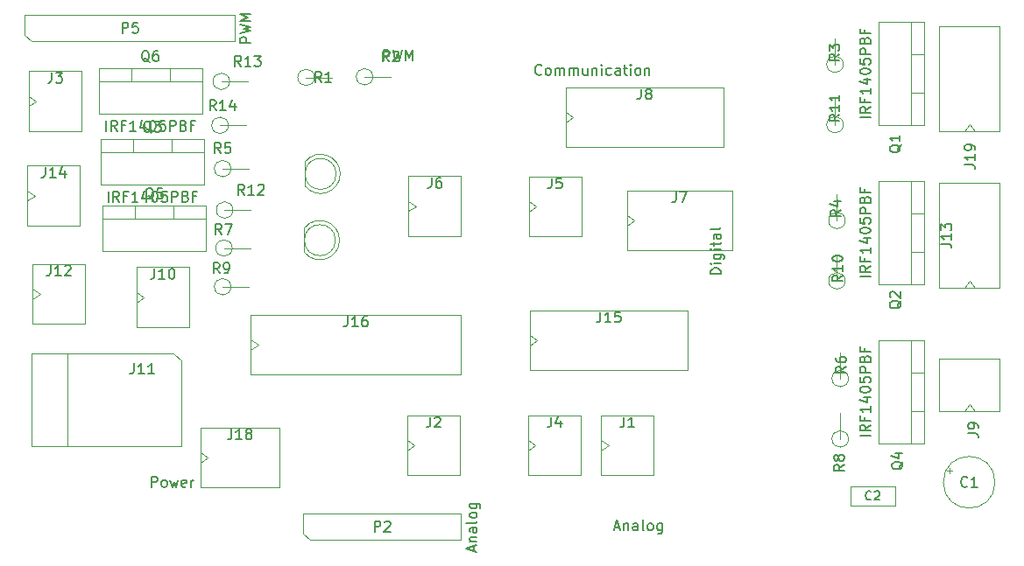
<source format=gbr>
G04 #@! TF.GenerationSoftware,KiCad,Pcbnew,(5.1.9-0-10_14)*
G04 #@! TF.CreationDate,2022-06-30T11:53:04+10:00*
G04 #@! TF.ProjectId,Hornet Forward Output Upper Shield,486f726e-6574-4204-966f-727761726420,rev?*
G04 #@! TF.SameCoordinates,Original*
G04 #@! TF.FileFunction,Other,Fab,Top*
%FSLAX46Y46*%
G04 Gerber Fmt 4.6, Leading zero omitted, Abs format (unit mm)*
G04 Created by KiCad (PCBNEW (5.1.9-0-10_14)) date 2022-06-30 11:53:04*
%MOMM*%
%LPD*%
G01*
G04 APERTURE LIST*
%ADD10C,0.100000*%
%ADD11C,0.150000*%
%ADD12C,0.129000*%
G04 APERTURE END LIST*
D10*
X148535107Y-101498000D02*
X147828000Y-101998000D01*
X147828000Y-100998000D02*
X148535107Y-101498000D01*
X168148000Y-98578000D02*
X147828000Y-98578000D01*
X168148000Y-104378000D02*
X168148000Y-98578000D01*
X147828000Y-104378000D02*
X168148000Y-104378000D01*
X147828000Y-98578000D02*
X147828000Y-104378000D01*
X175510107Y-101092000D02*
X174803000Y-101592000D01*
X174803000Y-100592000D02*
X175510107Y-101092000D01*
X190043000Y-98172000D02*
X174803000Y-98172000D01*
X190043000Y-103972000D02*
X190043000Y-98172000D01*
X174803000Y-103972000D02*
X190043000Y-103972000D01*
X174803000Y-98172000D02*
X174803000Y-103972000D01*
X175344107Y-111252000D02*
X174637000Y-111752000D01*
X174637000Y-110752000D02*
X175344107Y-111252000D01*
X179717000Y-108332000D02*
X174637000Y-108332000D01*
X179717000Y-114132000D02*
X179717000Y-108332000D01*
X174637000Y-114132000D02*
X179717000Y-114132000D01*
X174637000Y-108332000D02*
X174637000Y-114132000D01*
X163660107Y-111252000D02*
X162953000Y-111752000D01*
X162953000Y-110752000D02*
X163660107Y-111252000D01*
X168033000Y-108332000D02*
X162953000Y-108332000D01*
X168033000Y-114132000D02*
X168033000Y-108332000D01*
X162953000Y-114132000D02*
X168033000Y-114132000D01*
X162953000Y-108332000D02*
X162953000Y-114132000D01*
X145644000Y-80264000D02*
G75*
G03*
X145644000Y-80264000I-800000J0D01*
G01*
X144844000Y-80264000D02*
X147384000Y-80264000D01*
X145770000Y-76009500D02*
G75*
G03*
X145770000Y-76009500I-800000J0D01*
G01*
X144970000Y-76009500D02*
X147510000Y-76009500D01*
X139962000Y-74701000D02*
X139962000Y-75971000D01*
X136262000Y-74701000D02*
X136262000Y-75971000D01*
X133112000Y-75971000D02*
X143112000Y-75971000D01*
X143112000Y-74701000D02*
X133112000Y-74701000D01*
X143112000Y-79101000D02*
X143112000Y-74701000D01*
X133112000Y-79101000D02*
X143112000Y-79101000D01*
X133112000Y-74701000D02*
X133112000Y-79101000D01*
X127072107Y-77914500D02*
X126365000Y-78414500D01*
X126365000Y-77414500D02*
X127072107Y-77914500D01*
X131445000Y-74994500D02*
X126365000Y-74994500D01*
X131445000Y-80794500D02*
X131445000Y-74994500D01*
X126365000Y-80794500D02*
X131445000Y-80794500D01*
X126365000Y-74994500D02*
X126365000Y-80794500D01*
X140344000Y-88036000D02*
X140344000Y-89306000D01*
X136644000Y-88036000D02*
X136644000Y-89306000D01*
X133494000Y-89306000D02*
X143494000Y-89306000D01*
X143494000Y-88036000D02*
X133494000Y-88036000D01*
X143494000Y-92436000D02*
X143494000Y-88036000D01*
X133494000Y-92436000D02*
X143494000Y-92436000D01*
X133494000Y-88036000D02*
X133494000Y-92436000D01*
X212890000Y-107895000D02*
X211620000Y-107895000D01*
X212890000Y-104195000D02*
X211620000Y-104195000D01*
X211620000Y-101045000D02*
X211620000Y-111045000D01*
X212890000Y-111045000D02*
X212890000Y-101045000D01*
X208490000Y-111045000D02*
X212890000Y-111045000D01*
X208490000Y-101045000D02*
X208490000Y-111045000D01*
X212890000Y-101045000D02*
X208490000Y-101045000D01*
X140153000Y-81559000D02*
X140153000Y-82829000D01*
X136453000Y-81559000D02*
X136453000Y-82829000D01*
X133303000Y-82829000D02*
X143303000Y-82829000D01*
X143303000Y-81559000D02*
X133303000Y-81559000D01*
X143303000Y-85959000D02*
X143303000Y-81559000D01*
X133303000Y-85959000D02*
X143303000Y-85959000D01*
X133303000Y-81559000D02*
X133303000Y-85959000D01*
X212890000Y-92496200D02*
X211620000Y-92496200D01*
X212890000Y-88796200D02*
X211620000Y-88796200D01*
X211620000Y-85646200D02*
X211620000Y-95646200D01*
X212890000Y-95646200D02*
X212890000Y-85646200D01*
X208490000Y-95646200D02*
X212890000Y-95646200D01*
X208490000Y-85646200D02*
X208490000Y-95646200D01*
X212890000Y-85646200D02*
X208490000Y-85646200D01*
X212890000Y-77097500D02*
X211620000Y-77097500D01*
X212890000Y-73397500D02*
X211620000Y-73397500D01*
X211620000Y-70247500D02*
X211620000Y-80247500D01*
X212890000Y-80247500D02*
X212890000Y-70247500D01*
X208490000Y-80247500D02*
X212890000Y-80247500D01*
X208490000Y-70247500D02*
X208490000Y-80247500D01*
X212890000Y-70247500D02*
X208490000Y-70247500D01*
X146088000Y-88455500D02*
G75*
G03*
X146088000Y-88455500I-800000J0D01*
G01*
X145288000Y-88455500D02*
X147828000Y-88455500D01*
X205080000Y-80200500D02*
G75*
G03*
X205080000Y-80200500I-800000J0D01*
G01*
X204280000Y-80200500D02*
X204280000Y-77660500D01*
X205270000Y-95313500D02*
G75*
G03*
X205270000Y-95313500I-800000J0D01*
G01*
X204470000Y-95313500D02*
X204470000Y-92773500D01*
X145898000Y-95885000D02*
G75*
G03*
X145898000Y-95885000I-800000J0D01*
G01*
X145098000Y-95885000D02*
X147638000Y-95885000D01*
X205588000Y-110616000D02*
G75*
G03*
X205588000Y-110616000I-800000J0D01*
G01*
X204788000Y-110616000D02*
X204788000Y-108076000D01*
X205764000Y-117079000D02*
X210064000Y-117079000D01*
X205764000Y-115179000D02*
X205764000Y-117079000D01*
X210064000Y-115179000D02*
X205764000Y-115179000D01*
X210064000Y-117079000D02*
X210064000Y-115179000D01*
X215368395Y-113470500D02*
X215368395Y-113970500D01*
X215118395Y-113720500D02*
X215618395Y-113720500D01*
X219752000Y-114808000D02*
G75*
G03*
X219752000Y-114808000I-2500000J0D01*
G01*
X137486107Y-96901000D02*
X136779000Y-97401000D01*
X136779000Y-96401000D02*
X137486107Y-96901000D01*
X141859000Y-93981000D02*
X136779000Y-93981000D01*
X141859000Y-99781000D02*
X141859000Y-93981000D01*
X136779000Y-99781000D02*
X141859000Y-99781000D01*
X136779000Y-93981000D02*
X136779000Y-99781000D01*
X217297000Y-107242893D02*
X217797000Y-107950000D01*
X216797000Y-107950000D02*
X217297000Y-107242893D01*
X214377000Y-102870000D02*
X214377000Y-107950000D01*
X220177000Y-102870000D02*
X214377000Y-102870000D01*
X220177000Y-107950000D02*
X220177000Y-102870000D01*
X214377000Y-107950000D02*
X220177000Y-107950000D01*
X146024000Y-92138500D02*
G75*
G03*
X146024000Y-92138500I-800000J0D01*
G01*
X145224000Y-92138500D02*
X147764000Y-92138500D01*
X205588000Y-104774000D02*
G75*
G03*
X205588000Y-104774000I-800000J0D01*
G01*
X204788000Y-104774000D02*
X204788000Y-102234000D01*
X145898000Y-84455000D02*
G75*
G03*
X145898000Y-84455000I-800000J0D01*
G01*
X145098000Y-84455000D02*
X147638000Y-84455000D01*
X205270000Y-89471500D02*
G75*
G03*
X205270000Y-89471500I-800000J0D01*
G01*
X204470000Y-89471500D02*
X204470000Y-86931500D01*
X205080000Y-74358500D02*
G75*
G03*
X205080000Y-74358500I-800000J0D01*
G01*
X204280000Y-74358500D02*
X204280000Y-71818500D01*
X217297000Y-80128393D02*
X217797000Y-80835500D01*
X216797000Y-80835500D02*
X217297000Y-80128393D01*
X214377000Y-70675500D02*
X214377000Y-80835500D01*
X220177000Y-70675500D02*
X214377000Y-70675500D01*
X220177000Y-80835500D02*
X220177000Y-70675500D01*
X214377000Y-80835500D02*
X220177000Y-80835500D01*
X126945107Y-87058500D02*
X126238000Y-87558500D01*
X126238000Y-86558500D02*
X126945107Y-87058500D01*
X131318000Y-84138500D02*
X126238000Y-84138500D01*
X131318000Y-89938500D02*
X131318000Y-84138500D01*
X126238000Y-89938500D02*
X131318000Y-89938500D01*
X126238000Y-84138500D02*
X126238000Y-89938500D01*
X217297000Y-95304893D02*
X217797000Y-96012000D01*
X216797000Y-96012000D02*
X217297000Y-95304893D01*
X214377000Y-85852000D02*
X214377000Y-96012000D01*
X220177000Y-85852000D02*
X214377000Y-85852000D01*
X220177000Y-96012000D02*
X220177000Y-85852000D01*
X214377000Y-96012000D02*
X220177000Y-96012000D01*
X127453107Y-96583500D02*
X126746000Y-97083500D01*
X126746000Y-96083500D02*
X127453107Y-96583500D01*
X131826000Y-93663500D02*
X126746000Y-93663500D01*
X131826000Y-99463500D02*
X131826000Y-93663500D01*
X126746000Y-99463500D02*
X131826000Y-99463500D01*
X126746000Y-93663500D02*
X126746000Y-99463500D01*
X182393107Y-111252000D02*
X181686000Y-111752000D01*
X181686000Y-110752000D02*
X182393107Y-111252000D01*
X186766000Y-108332000D02*
X181686000Y-108332000D01*
X186766000Y-114132000D02*
X186766000Y-108332000D01*
X181686000Y-114132000D02*
X186766000Y-114132000D01*
X181686000Y-108332000D02*
X181686000Y-114132000D01*
X143658107Y-112420000D02*
X142951000Y-112920000D01*
X142951000Y-111920000D02*
X143658107Y-112420000D01*
X150571000Y-109500000D02*
X142951000Y-109500000D01*
X150571000Y-115300000D02*
X150571000Y-109500000D01*
X142951000Y-115300000D02*
X150571000Y-115300000D01*
X142951000Y-109500000D02*
X142951000Y-115300000D01*
X163775107Y-88074500D02*
X163068000Y-88574500D01*
X163068000Y-87574500D02*
X163775107Y-88074500D01*
X168148000Y-85154500D02*
X163068000Y-85154500D01*
X168148000Y-90954500D02*
X168148000Y-85154500D01*
X163068000Y-90954500D02*
X168148000Y-90954500D01*
X163068000Y-85154500D02*
X163068000Y-90954500D01*
X140335000Y-102307000D02*
X126635000Y-102307000D01*
X141135000Y-111307000D02*
X141135000Y-103057000D01*
X126635000Y-111307000D02*
X141135000Y-111307000D01*
X126635000Y-102307000D02*
X126635000Y-111307000D01*
X130135000Y-102307000D02*
X130135000Y-111307000D01*
X140331787Y-102301575D02*
X141135000Y-103057000D01*
X184895107Y-89484200D02*
X184188000Y-89984200D01*
X184188000Y-88984200D02*
X184895107Y-89484200D01*
X194348000Y-86564200D02*
X184188000Y-86564200D01*
X194348000Y-92364200D02*
X194348000Y-86564200D01*
X184188000Y-92364200D02*
X194348000Y-92364200D01*
X184188000Y-86564200D02*
X184188000Y-92364200D01*
X159614000Y-75565000D02*
G75*
G03*
X159614000Y-75565000I-800000J0D01*
G01*
X158814000Y-75565000D02*
X161354000Y-75565000D01*
X153962000Y-75628500D02*
G75*
G03*
X153962000Y-75628500I-800000J0D01*
G01*
X153162000Y-75628500D02*
X155702000Y-75628500D01*
X178964107Y-79502000D02*
X178257000Y-80002000D01*
X178257000Y-79002000D02*
X178964107Y-79502000D01*
X193497000Y-76582000D02*
X178257000Y-76582000D01*
X193497000Y-82382000D02*
X193497000Y-76582000D01*
X178257000Y-82382000D02*
X193497000Y-82382000D01*
X178257000Y-76582000D02*
X178257000Y-82382000D01*
X175395107Y-88138000D02*
X174688000Y-88638000D01*
X174688000Y-87638000D02*
X175395107Y-88138000D01*
X179768000Y-85218000D02*
X174688000Y-85218000D01*
X179768000Y-91018000D02*
X179768000Y-85218000D01*
X174688000Y-91018000D02*
X179768000Y-91018000D01*
X174688000Y-85218000D02*
X174688000Y-91018000D01*
X152996000Y-90210310D02*
X152996000Y-92542690D01*
X155996000Y-91376500D02*
G75*
G03*
X155996000Y-91376500I-1500000J0D01*
G01*
X152995445Y-92541976D02*
G75*
G03*
X152996000Y-90210310I1500555J1165476D01*
G01*
X153059000Y-83796810D02*
X153059000Y-86129190D01*
X156059000Y-84963000D02*
G75*
G03*
X156059000Y-84963000I-1500000J0D01*
G01*
X153058445Y-86128476D02*
G75*
G03*
X153059000Y-83796810I1500555J1165476D01*
G01*
X126619000Y-72136000D02*
X125984000Y-71501000D01*
X146304000Y-72136000D02*
X126619000Y-72136000D01*
X146304000Y-69596000D02*
X146304000Y-72136000D01*
X125984000Y-69596000D02*
X146304000Y-69596000D01*
X125984000Y-71501000D02*
X125984000Y-69596000D01*
X153543000Y-120396000D02*
X152908000Y-119761000D01*
X168148000Y-120396000D02*
X153543000Y-120396000D01*
X168148000Y-117856000D02*
X168148000Y-120396000D01*
X152908000Y-117856000D02*
X168148000Y-117856000D01*
X152908000Y-119761000D02*
X152908000Y-117856000D01*
D11*
X157178476Y-98730380D02*
X157178476Y-99444666D01*
X157130857Y-99587523D01*
X157035619Y-99682761D01*
X156892761Y-99730380D01*
X156797523Y-99730380D01*
X158178476Y-99730380D02*
X157607047Y-99730380D01*
X157892761Y-99730380D02*
X157892761Y-98730380D01*
X157797523Y-98873238D01*
X157702285Y-98968476D01*
X157607047Y-99016095D01*
X159035619Y-98730380D02*
X158845142Y-98730380D01*
X158749904Y-98778000D01*
X158702285Y-98825619D01*
X158607047Y-98968476D01*
X158559428Y-99158952D01*
X158559428Y-99539904D01*
X158607047Y-99635142D01*
X158654666Y-99682761D01*
X158749904Y-99730380D01*
X158940380Y-99730380D01*
X159035619Y-99682761D01*
X159083238Y-99635142D01*
X159130857Y-99539904D01*
X159130857Y-99301809D01*
X159083238Y-99206571D01*
X159035619Y-99158952D01*
X158940380Y-99111333D01*
X158749904Y-99111333D01*
X158654666Y-99158952D01*
X158607047Y-99206571D01*
X158559428Y-99301809D01*
X181613476Y-98324380D02*
X181613476Y-99038666D01*
X181565857Y-99181523D01*
X181470619Y-99276761D01*
X181327761Y-99324380D01*
X181232523Y-99324380D01*
X182613476Y-99324380D02*
X182042047Y-99324380D01*
X182327761Y-99324380D02*
X182327761Y-98324380D01*
X182232523Y-98467238D01*
X182137285Y-98562476D01*
X182042047Y-98610095D01*
X183518238Y-98324380D02*
X183042047Y-98324380D01*
X182994428Y-98800571D01*
X183042047Y-98752952D01*
X183137285Y-98705333D01*
X183375380Y-98705333D01*
X183470619Y-98752952D01*
X183518238Y-98800571D01*
X183565857Y-98895809D01*
X183565857Y-99133904D01*
X183518238Y-99229142D01*
X183470619Y-99276761D01*
X183375380Y-99324380D01*
X183137285Y-99324380D01*
X183042047Y-99276761D01*
X182994428Y-99229142D01*
X176843666Y-108484380D02*
X176843666Y-109198666D01*
X176796047Y-109341523D01*
X176700809Y-109436761D01*
X176557952Y-109484380D01*
X176462714Y-109484380D01*
X177748428Y-108817714D02*
X177748428Y-109484380D01*
X177510333Y-108436761D02*
X177272238Y-109151047D01*
X177891285Y-109151047D01*
X165159666Y-108484380D02*
X165159666Y-109198666D01*
X165112047Y-109341523D01*
X165016809Y-109436761D01*
X164873952Y-109484380D01*
X164778714Y-109484380D01*
X165588238Y-108579619D02*
X165635857Y-108532000D01*
X165731095Y-108484380D01*
X165969190Y-108484380D01*
X166064428Y-108532000D01*
X166112047Y-108579619D01*
X166159666Y-108674857D01*
X166159666Y-108770095D01*
X166112047Y-108912952D01*
X165540619Y-109484380D01*
X166159666Y-109484380D01*
X144455142Y-78811380D02*
X144121809Y-78335190D01*
X143883714Y-78811380D02*
X143883714Y-77811380D01*
X144264666Y-77811380D01*
X144359904Y-77859000D01*
X144407523Y-77906619D01*
X144455142Y-78001857D01*
X144455142Y-78144714D01*
X144407523Y-78239952D01*
X144359904Y-78287571D01*
X144264666Y-78335190D01*
X143883714Y-78335190D01*
X145407523Y-78811380D02*
X144836095Y-78811380D01*
X145121809Y-78811380D02*
X145121809Y-77811380D01*
X145026571Y-77954238D01*
X144931333Y-78049476D01*
X144836095Y-78097095D01*
X146264666Y-78144714D02*
X146264666Y-78811380D01*
X146026571Y-77763761D02*
X145788476Y-78478047D01*
X146407523Y-78478047D01*
X146867142Y-74541880D02*
X146533809Y-74065690D01*
X146295714Y-74541880D02*
X146295714Y-73541880D01*
X146676666Y-73541880D01*
X146771904Y-73589500D01*
X146819523Y-73637119D01*
X146867142Y-73732357D01*
X146867142Y-73875214D01*
X146819523Y-73970452D01*
X146771904Y-74018071D01*
X146676666Y-74065690D01*
X146295714Y-74065690D01*
X147819523Y-74541880D02*
X147248095Y-74541880D01*
X147533809Y-74541880D02*
X147533809Y-73541880D01*
X147438571Y-73684738D01*
X147343333Y-73779976D01*
X147248095Y-73827595D01*
X148152857Y-73541880D02*
X148771904Y-73541880D01*
X148438571Y-73922833D01*
X148581428Y-73922833D01*
X148676666Y-73970452D01*
X148724285Y-74018071D01*
X148771904Y-74113309D01*
X148771904Y-74351404D01*
X148724285Y-74446642D01*
X148676666Y-74494261D01*
X148581428Y-74541880D01*
X148295714Y-74541880D01*
X148200476Y-74494261D01*
X148152857Y-74446642D01*
X133850095Y-80803380D02*
X133850095Y-79803380D01*
X134897714Y-80803380D02*
X134564380Y-80327190D01*
X134326285Y-80803380D02*
X134326285Y-79803380D01*
X134707238Y-79803380D01*
X134802476Y-79851000D01*
X134850095Y-79898619D01*
X134897714Y-79993857D01*
X134897714Y-80136714D01*
X134850095Y-80231952D01*
X134802476Y-80279571D01*
X134707238Y-80327190D01*
X134326285Y-80327190D01*
X135659619Y-80279571D02*
X135326285Y-80279571D01*
X135326285Y-80803380D02*
X135326285Y-79803380D01*
X135802476Y-79803380D01*
X136707238Y-80803380D02*
X136135809Y-80803380D01*
X136421523Y-80803380D02*
X136421523Y-79803380D01*
X136326285Y-79946238D01*
X136231047Y-80041476D01*
X136135809Y-80089095D01*
X137564380Y-80136714D02*
X137564380Y-80803380D01*
X137326285Y-79755761D02*
X137088190Y-80470047D01*
X137707238Y-80470047D01*
X138278666Y-79803380D02*
X138373904Y-79803380D01*
X138469142Y-79851000D01*
X138516761Y-79898619D01*
X138564380Y-79993857D01*
X138612000Y-80184333D01*
X138612000Y-80422428D01*
X138564380Y-80612904D01*
X138516761Y-80708142D01*
X138469142Y-80755761D01*
X138373904Y-80803380D01*
X138278666Y-80803380D01*
X138183428Y-80755761D01*
X138135809Y-80708142D01*
X138088190Y-80612904D01*
X138040571Y-80422428D01*
X138040571Y-80184333D01*
X138088190Y-79993857D01*
X138135809Y-79898619D01*
X138183428Y-79851000D01*
X138278666Y-79803380D01*
X139516761Y-79803380D02*
X139040571Y-79803380D01*
X138992952Y-80279571D01*
X139040571Y-80231952D01*
X139135809Y-80184333D01*
X139373904Y-80184333D01*
X139469142Y-80231952D01*
X139516761Y-80279571D01*
X139564380Y-80374809D01*
X139564380Y-80612904D01*
X139516761Y-80708142D01*
X139469142Y-80755761D01*
X139373904Y-80803380D01*
X139135809Y-80803380D01*
X139040571Y-80755761D01*
X138992952Y-80708142D01*
X139992952Y-80803380D02*
X139992952Y-79803380D01*
X140373904Y-79803380D01*
X140469142Y-79851000D01*
X140516761Y-79898619D01*
X140564380Y-79993857D01*
X140564380Y-80136714D01*
X140516761Y-80231952D01*
X140469142Y-80279571D01*
X140373904Y-80327190D01*
X139992952Y-80327190D01*
X141326285Y-80279571D02*
X141469142Y-80327190D01*
X141516761Y-80374809D01*
X141564380Y-80470047D01*
X141564380Y-80612904D01*
X141516761Y-80708142D01*
X141469142Y-80755761D01*
X141373904Y-80803380D01*
X140992952Y-80803380D01*
X140992952Y-79803380D01*
X141326285Y-79803380D01*
X141421523Y-79851000D01*
X141469142Y-79898619D01*
X141516761Y-79993857D01*
X141516761Y-80089095D01*
X141469142Y-80184333D01*
X141421523Y-80231952D01*
X141326285Y-80279571D01*
X140992952Y-80279571D01*
X142326285Y-80279571D02*
X141992952Y-80279571D01*
X141992952Y-80803380D02*
X141992952Y-79803380D01*
X142469142Y-79803380D01*
X138016761Y-74128619D02*
X137921523Y-74081000D01*
X137826285Y-73985761D01*
X137683428Y-73842904D01*
X137588190Y-73795285D01*
X137492952Y-73795285D01*
X137540571Y-74033380D02*
X137445333Y-73985761D01*
X137350095Y-73890523D01*
X137302476Y-73700047D01*
X137302476Y-73366714D01*
X137350095Y-73176238D01*
X137445333Y-73081000D01*
X137540571Y-73033380D01*
X137731047Y-73033380D01*
X137826285Y-73081000D01*
X137921523Y-73176238D01*
X137969142Y-73366714D01*
X137969142Y-73700047D01*
X137921523Y-73890523D01*
X137826285Y-73985761D01*
X137731047Y-74033380D01*
X137540571Y-74033380D01*
X138826285Y-73033380D02*
X138635809Y-73033380D01*
X138540571Y-73081000D01*
X138492952Y-73128619D01*
X138397714Y-73271476D01*
X138350095Y-73461952D01*
X138350095Y-73842904D01*
X138397714Y-73938142D01*
X138445333Y-73985761D01*
X138540571Y-74033380D01*
X138731047Y-74033380D01*
X138826285Y-73985761D01*
X138873904Y-73938142D01*
X138921523Y-73842904D01*
X138921523Y-73604809D01*
X138873904Y-73509571D01*
X138826285Y-73461952D01*
X138731047Y-73414333D01*
X138540571Y-73414333D01*
X138445333Y-73461952D01*
X138397714Y-73509571D01*
X138350095Y-73604809D01*
X128571666Y-75146880D02*
X128571666Y-75861166D01*
X128524047Y-76004023D01*
X128428809Y-76099261D01*
X128285952Y-76146880D01*
X128190714Y-76146880D01*
X128952619Y-75146880D02*
X129571666Y-75146880D01*
X129238333Y-75527833D01*
X129381190Y-75527833D01*
X129476428Y-75575452D01*
X129524047Y-75623071D01*
X129571666Y-75718309D01*
X129571666Y-75956404D01*
X129524047Y-76051642D01*
X129476428Y-76099261D01*
X129381190Y-76146880D01*
X129095476Y-76146880D01*
X129000238Y-76099261D01*
X128952619Y-76051642D01*
X138398761Y-87463619D02*
X138303523Y-87416000D01*
X138208285Y-87320761D01*
X138065428Y-87177904D01*
X137970190Y-87130285D01*
X137874952Y-87130285D01*
X137922571Y-87368380D02*
X137827333Y-87320761D01*
X137732095Y-87225523D01*
X137684476Y-87035047D01*
X137684476Y-86701714D01*
X137732095Y-86511238D01*
X137827333Y-86416000D01*
X137922571Y-86368380D01*
X138113047Y-86368380D01*
X138208285Y-86416000D01*
X138303523Y-86511238D01*
X138351142Y-86701714D01*
X138351142Y-87035047D01*
X138303523Y-87225523D01*
X138208285Y-87320761D01*
X138113047Y-87368380D01*
X137922571Y-87368380D01*
X139255904Y-86368380D02*
X138779714Y-86368380D01*
X138732095Y-86844571D01*
X138779714Y-86796952D01*
X138874952Y-86749333D01*
X139113047Y-86749333D01*
X139208285Y-86796952D01*
X139255904Y-86844571D01*
X139303523Y-86939809D01*
X139303523Y-87177904D01*
X139255904Y-87273142D01*
X139208285Y-87320761D01*
X139113047Y-87368380D01*
X138874952Y-87368380D01*
X138779714Y-87320761D01*
X138732095Y-87273142D01*
X207692380Y-110306904D02*
X206692380Y-110306904D01*
X207692380Y-109259285D02*
X207216190Y-109592619D01*
X207692380Y-109830714D02*
X206692380Y-109830714D01*
X206692380Y-109449761D01*
X206740000Y-109354523D01*
X206787619Y-109306904D01*
X206882857Y-109259285D01*
X207025714Y-109259285D01*
X207120952Y-109306904D01*
X207168571Y-109354523D01*
X207216190Y-109449761D01*
X207216190Y-109830714D01*
X207168571Y-108497380D02*
X207168571Y-108830714D01*
X207692380Y-108830714D02*
X206692380Y-108830714D01*
X206692380Y-108354523D01*
X207692380Y-107449761D02*
X207692380Y-108021190D01*
X207692380Y-107735476D02*
X206692380Y-107735476D01*
X206835238Y-107830714D01*
X206930476Y-107925952D01*
X206978095Y-108021190D01*
X207025714Y-106592619D02*
X207692380Y-106592619D01*
X206644761Y-106830714D02*
X207359047Y-107068809D01*
X207359047Y-106449761D01*
X206692380Y-105878333D02*
X206692380Y-105783095D01*
X206740000Y-105687857D01*
X206787619Y-105640238D01*
X206882857Y-105592619D01*
X207073333Y-105545000D01*
X207311428Y-105545000D01*
X207501904Y-105592619D01*
X207597142Y-105640238D01*
X207644761Y-105687857D01*
X207692380Y-105783095D01*
X207692380Y-105878333D01*
X207644761Y-105973571D01*
X207597142Y-106021190D01*
X207501904Y-106068809D01*
X207311428Y-106116428D01*
X207073333Y-106116428D01*
X206882857Y-106068809D01*
X206787619Y-106021190D01*
X206740000Y-105973571D01*
X206692380Y-105878333D01*
X206692380Y-104640238D02*
X206692380Y-105116428D01*
X207168571Y-105164047D01*
X207120952Y-105116428D01*
X207073333Y-105021190D01*
X207073333Y-104783095D01*
X207120952Y-104687857D01*
X207168571Y-104640238D01*
X207263809Y-104592619D01*
X207501904Y-104592619D01*
X207597142Y-104640238D01*
X207644761Y-104687857D01*
X207692380Y-104783095D01*
X207692380Y-105021190D01*
X207644761Y-105116428D01*
X207597142Y-105164047D01*
X207692380Y-104164047D02*
X206692380Y-104164047D01*
X206692380Y-103783095D01*
X206740000Y-103687857D01*
X206787619Y-103640238D01*
X206882857Y-103592619D01*
X207025714Y-103592619D01*
X207120952Y-103640238D01*
X207168571Y-103687857D01*
X207216190Y-103783095D01*
X207216190Y-104164047D01*
X207168571Y-102830714D02*
X207216190Y-102687857D01*
X207263809Y-102640238D01*
X207359047Y-102592619D01*
X207501904Y-102592619D01*
X207597142Y-102640238D01*
X207644761Y-102687857D01*
X207692380Y-102783095D01*
X207692380Y-103164047D01*
X206692380Y-103164047D01*
X206692380Y-102830714D01*
X206740000Y-102735476D01*
X206787619Y-102687857D01*
X206882857Y-102640238D01*
X206978095Y-102640238D01*
X207073333Y-102687857D01*
X207120952Y-102735476D01*
X207168571Y-102830714D01*
X207168571Y-103164047D01*
X207168571Y-101830714D02*
X207168571Y-102164047D01*
X207692380Y-102164047D02*
X206692380Y-102164047D01*
X206692380Y-101687857D01*
X210859119Y-112820438D02*
X210811500Y-112915676D01*
X210716261Y-113010914D01*
X210573404Y-113153771D01*
X210525785Y-113249009D01*
X210525785Y-113344247D01*
X210763880Y-113296628D02*
X210716261Y-113391866D01*
X210621023Y-113487104D01*
X210430547Y-113534723D01*
X210097214Y-113534723D01*
X209906738Y-113487104D01*
X209811500Y-113391866D01*
X209763880Y-113296628D01*
X209763880Y-113106152D01*
X209811500Y-113010914D01*
X209906738Y-112915676D01*
X210097214Y-112868057D01*
X210430547Y-112868057D01*
X210621023Y-112915676D01*
X210716261Y-113010914D01*
X210763880Y-113106152D01*
X210763880Y-113296628D01*
X210097214Y-112010914D02*
X210763880Y-112010914D01*
X209716261Y-112249009D02*
X210430547Y-112487104D01*
X210430547Y-111868057D01*
X134041095Y-87661380D02*
X134041095Y-86661380D01*
X135088714Y-87661380D02*
X134755380Y-87185190D01*
X134517285Y-87661380D02*
X134517285Y-86661380D01*
X134898238Y-86661380D01*
X134993476Y-86709000D01*
X135041095Y-86756619D01*
X135088714Y-86851857D01*
X135088714Y-86994714D01*
X135041095Y-87089952D01*
X134993476Y-87137571D01*
X134898238Y-87185190D01*
X134517285Y-87185190D01*
X135850619Y-87137571D02*
X135517285Y-87137571D01*
X135517285Y-87661380D02*
X135517285Y-86661380D01*
X135993476Y-86661380D01*
X136898238Y-87661380D02*
X136326809Y-87661380D01*
X136612523Y-87661380D02*
X136612523Y-86661380D01*
X136517285Y-86804238D01*
X136422047Y-86899476D01*
X136326809Y-86947095D01*
X137755380Y-86994714D02*
X137755380Y-87661380D01*
X137517285Y-86613761D02*
X137279190Y-87328047D01*
X137898238Y-87328047D01*
X138469666Y-86661380D02*
X138564904Y-86661380D01*
X138660142Y-86709000D01*
X138707761Y-86756619D01*
X138755380Y-86851857D01*
X138803000Y-87042333D01*
X138803000Y-87280428D01*
X138755380Y-87470904D01*
X138707761Y-87566142D01*
X138660142Y-87613761D01*
X138564904Y-87661380D01*
X138469666Y-87661380D01*
X138374428Y-87613761D01*
X138326809Y-87566142D01*
X138279190Y-87470904D01*
X138231571Y-87280428D01*
X138231571Y-87042333D01*
X138279190Y-86851857D01*
X138326809Y-86756619D01*
X138374428Y-86709000D01*
X138469666Y-86661380D01*
X139707761Y-86661380D02*
X139231571Y-86661380D01*
X139183952Y-87137571D01*
X139231571Y-87089952D01*
X139326809Y-87042333D01*
X139564904Y-87042333D01*
X139660142Y-87089952D01*
X139707761Y-87137571D01*
X139755380Y-87232809D01*
X139755380Y-87470904D01*
X139707761Y-87566142D01*
X139660142Y-87613761D01*
X139564904Y-87661380D01*
X139326809Y-87661380D01*
X139231571Y-87613761D01*
X139183952Y-87566142D01*
X140183952Y-87661380D02*
X140183952Y-86661380D01*
X140564904Y-86661380D01*
X140660142Y-86709000D01*
X140707761Y-86756619D01*
X140755380Y-86851857D01*
X140755380Y-86994714D01*
X140707761Y-87089952D01*
X140660142Y-87137571D01*
X140564904Y-87185190D01*
X140183952Y-87185190D01*
X141517285Y-87137571D02*
X141660142Y-87185190D01*
X141707761Y-87232809D01*
X141755380Y-87328047D01*
X141755380Y-87470904D01*
X141707761Y-87566142D01*
X141660142Y-87613761D01*
X141564904Y-87661380D01*
X141183952Y-87661380D01*
X141183952Y-86661380D01*
X141517285Y-86661380D01*
X141612523Y-86709000D01*
X141660142Y-86756619D01*
X141707761Y-86851857D01*
X141707761Y-86947095D01*
X141660142Y-87042333D01*
X141612523Y-87089952D01*
X141517285Y-87137571D01*
X141183952Y-87137571D01*
X142517285Y-87137571D02*
X142183952Y-87137571D01*
X142183952Y-87661380D02*
X142183952Y-86661380D01*
X142660142Y-86661380D01*
X138207761Y-80986619D02*
X138112523Y-80939000D01*
X138017285Y-80843761D01*
X137874428Y-80700904D01*
X137779190Y-80653285D01*
X137683952Y-80653285D01*
X137731571Y-80891380D02*
X137636333Y-80843761D01*
X137541095Y-80748523D01*
X137493476Y-80558047D01*
X137493476Y-80224714D01*
X137541095Y-80034238D01*
X137636333Y-79939000D01*
X137731571Y-79891380D01*
X137922047Y-79891380D01*
X138017285Y-79939000D01*
X138112523Y-80034238D01*
X138160142Y-80224714D01*
X138160142Y-80558047D01*
X138112523Y-80748523D01*
X138017285Y-80843761D01*
X137922047Y-80891380D01*
X137731571Y-80891380D01*
X138493476Y-79891380D02*
X139112523Y-79891380D01*
X138779190Y-80272333D01*
X138922047Y-80272333D01*
X139017285Y-80319952D01*
X139064904Y-80367571D01*
X139112523Y-80462809D01*
X139112523Y-80700904D01*
X139064904Y-80796142D01*
X139017285Y-80843761D01*
X138922047Y-80891380D01*
X138636333Y-80891380D01*
X138541095Y-80843761D01*
X138493476Y-80796142D01*
X207692380Y-94908104D02*
X206692380Y-94908104D01*
X207692380Y-93860485D02*
X207216190Y-94193819D01*
X207692380Y-94431914D02*
X206692380Y-94431914D01*
X206692380Y-94050961D01*
X206740000Y-93955723D01*
X206787619Y-93908104D01*
X206882857Y-93860485D01*
X207025714Y-93860485D01*
X207120952Y-93908104D01*
X207168571Y-93955723D01*
X207216190Y-94050961D01*
X207216190Y-94431914D01*
X207168571Y-93098580D02*
X207168571Y-93431914D01*
X207692380Y-93431914D02*
X206692380Y-93431914D01*
X206692380Y-92955723D01*
X207692380Y-92050961D02*
X207692380Y-92622390D01*
X207692380Y-92336676D02*
X206692380Y-92336676D01*
X206835238Y-92431914D01*
X206930476Y-92527152D01*
X206978095Y-92622390D01*
X207025714Y-91193819D02*
X207692380Y-91193819D01*
X206644761Y-91431914D02*
X207359047Y-91670009D01*
X207359047Y-91050961D01*
X206692380Y-90479533D02*
X206692380Y-90384295D01*
X206740000Y-90289057D01*
X206787619Y-90241438D01*
X206882857Y-90193819D01*
X207073333Y-90146200D01*
X207311428Y-90146200D01*
X207501904Y-90193819D01*
X207597142Y-90241438D01*
X207644761Y-90289057D01*
X207692380Y-90384295D01*
X207692380Y-90479533D01*
X207644761Y-90574771D01*
X207597142Y-90622390D01*
X207501904Y-90670009D01*
X207311428Y-90717628D01*
X207073333Y-90717628D01*
X206882857Y-90670009D01*
X206787619Y-90622390D01*
X206740000Y-90574771D01*
X206692380Y-90479533D01*
X206692380Y-89241438D02*
X206692380Y-89717628D01*
X207168571Y-89765247D01*
X207120952Y-89717628D01*
X207073333Y-89622390D01*
X207073333Y-89384295D01*
X207120952Y-89289057D01*
X207168571Y-89241438D01*
X207263809Y-89193819D01*
X207501904Y-89193819D01*
X207597142Y-89241438D01*
X207644761Y-89289057D01*
X207692380Y-89384295D01*
X207692380Y-89622390D01*
X207644761Y-89717628D01*
X207597142Y-89765247D01*
X207692380Y-88765247D02*
X206692380Y-88765247D01*
X206692380Y-88384295D01*
X206740000Y-88289057D01*
X206787619Y-88241438D01*
X206882857Y-88193819D01*
X207025714Y-88193819D01*
X207120952Y-88241438D01*
X207168571Y-88289057D01*
X207216190Y-88384295D01*
X207216190Y-88765247D01*
X207168571Y-87431914D02*
X207216190Y-87289057D01*
X207263809Y-87241438D01*
X207359047Y-87193819D01*
X207501904Y-87193819D01*
X207597142Y-87241438D01*
X207644761Y-87289057D01*
X207692380Y-87384295D01*
X207692380Y-87765247D01*
X206692380Y-87765247D01*
X206692380Y-87431914D01*
X206740000Y-87336676D01*
X206787619Y-87289057D01*
X206882857Y-87241438D01*
X206978095Y-87241438D01*
X207073333Y-87289057D01*
X207120952Y-87336676D01*
X207168571Y-87431914D01*
X207168571Y-87765247D01*
X207168571Y-86431914D02*
X207168571Y-86765247D01*
X207692380Y-86765247D02*
X206692380Y-86765247D01*
X206692380Y-86289057D01*
X210668619Y-97250188D02*
X210621000Y-97345426D01*
X210525761Y-97440664D01*
X210382904Y-97583521D01*
X210335285Y-97678759D01*
X210335285Y-97773997D01*
X210573380Y-97726378D02*
X210525761Y-97821616D01*
X210430523Y-97916854D01*
X210240047Y-97964473D01*
X209906714Y-97964473D01*
X209716238Y-97916854D01*
X209621000Y-97821616D01*
X209573380Y-97726378D01*
X209573380Y-97535902D01*
X209621000Y-97440664D01*
X209716238Y-97345426D01*
X209906714Y-97297807D01*
X210240047Y-97297807D01*
X210430523Y-97345426D01*
X210525761Y-97440664D01*
X210573380Y-97535902D01*
X210573380Y-97726378D01*
X209668619Y-96916854D02*
X209621000Y-96869235D01*
X209573380Y-96773997D01*
X209573380Y-96535902D01*
X209621000Y-96440664D01*
X209668619Y-96393045D01*
X209763857Y-96345426D01*
X209859095Y-96345426D01*
X210001952Y-96393045D01*
X210573380Y-96964473D01*
X210573380Y-96345426D01*
X207692380Y-79509404D02*
X206692380Y-79509404D01*
X207692380Y-78461785D02*
X207216190Y-78795119D01*
X207692380Y-79033214D02*
X206692380Y-79033214D01*
X206692380Y-78652261D01*
X206740000Y-78557023D01*
X206787619Y-78509404D01*
X206882857Y-78461785D01*
X207025714Y-78461785D01*
X207120952Y-78509404D01*
X207168571Y-78557023D01*
X207216190Y-78652261D01*
X207216190Y-79033214D01*
X207168571Y-77699880D02*
X207168571Y-78033214D01*
X207692380Y-78033214D02*
X206692380Y-78033214D01*
X206692380Y-77557023D01*
X207692380Y-76652261D02*
X207692380Y-77223690D01*
X207692380Y-76937976D02*
X206692380Y-76937976D01*
X206835238Y-77033214D01*
X206930476Y-77128452D01*
X206978095Y-77223690D01*
X207025714Y-75795119D02*
X207692380Y-75795119D01*
X206644761Y-76033214D02*
X207359047Y-76271309D01*
X207359047Y-75652261D01*
X206692380Y-75080833D02*
X206692380Y-74985595D01*
X206740000Y-74890357D01*
X206787619Y-74842738D01*
X206882857Y-74795119D01*
X207073333Y-74747500D01*
X207311428Y-74747500D01*
X207501904Y-74795119D01*
X207597142Y-74842738D01*
X207644761Y-74890357D01*
X207692380Y-74985595D01*
X207692380Y-75080833D01*
X207644761Y-75176071D01*
X207597142Y-75223690D01*
X207501904Y-75271309D01*
X207311428Y-75318928D01*
X207073333Y-75318928D01*
X206882857Y-75271309D01*
X206787619Y-75223690D01*
X206740000Y-75176071D01*
X206692380Y-75080833D01*
X206692380Y-73842738D02*
X206692380Y-74318928D01*
X207168571Y-74366547D01*
X207120952Y-74318928D01*
X207073333Y-74223690D01*
X207073333Y-73985595D01*
X207120952Y-73890357D01*
X207168571Y-73842738D01*
X207263809Y-73795119D01*
X207501904Y-73795119D01*
X207597142Y-73842738D01*
X207644761Y-73890357D01*
X207692380Y-73985595D01*
X207692380Y-74223690D01*
X207644761Y-74318928D01*
X207597142Y-74366547D01*
X207692380Y-73366547D02*
X206692380Y-73366547D01*
X206692380Y-72985595D01*
X206740000Y-72890357D01*
X206787619Y-72842738D01*
X206882857Y-72795119D01*
X207025714Y-72795119D01*
X207120952Y-72842738D01*
X207168571Y-72890357D01*
X207216190Y-72985595D01*
X207216190Y-73366547D01*
X207168571Y-72033214D02*
X207216190Y-71890357D01*
X207263809Y-71842738D01*
X207359047Y-71795119D01*
X207501904Y-71795119D01*
X207597142Y-71842738D01*
X207644761Y-71890357D01*
X207692380Y-71985595D01*
X207692380Y-72366547D01*
X206692380Y-72366547D01*
X206692380Y-72033214D01*
X206740000Y-71937976D01*
X206787619Y-71890357D01*
X206882857Y-71842738D01*
X206978095Y-71842738D01*
X207073333Y-71890357D01*
X207120952Y-71937976D01*
X207168571Y-72033214D01*
X207168571Y-72366547D01*
X207168571Y-71033214D02*
X207168571Y-71366547D01*
X207692380Y-71366547D02*
X206692380Y-71366547D01*
X206692380Y-70890357D01*
X210655919Y-82137238D02*
X210608300Y-82232476D01*
X210513061Y-82327714D01*
X210370204Y-82470571D01*
X210322585Y-82565809D01*
X210322585Y-82661047D01*
X210560680Y-82613428D02*
X210513061Y-82708666D01*
X210417823Y-82803904D01*
X210227347Y-82851523D01*
X209894014Y-82851523D01*
X209703538Y-82803904D01*
X209608300Y-82708666D01*
X209560680Y-82613428D01*
X209560680Y-82422952D01*
X209608300Y-82327714D01*
X209703538Y-82232476D01*
X209894014Y-82184857D01*
X210227347Y-82184857D01*
X210417823Y-82232476D01*
X210513061Y-82327714D01*
X210560680Y-82422952D01*
X210560680Y-82613428D01*
X210560680Y-81232476D02*
X210560680Y-81803904D01*
X210560680Y-81518190D02*
X209560680Y-81518190D01*
X209703538Y-81613428D01*
X209798776Y-81708666D01*
X209846395Y-81803904D01*
X147185142Y-86987880D02*
X146851809Y-86511690D01*
X146613714Y-86987880D02*
X146613714Y-85987880D01*
X146994666Y-85987880D01*
X147089904Y-86035500D01*
X147137523Y-86083119D01*
X147185142Y-86178357D01*
X147185142Y-86321214D01*
X147137523Y-86416452D01*
X147089904Y-86464071D01*
X146994666Y-86511690D01*
X146613714Y-86511690D01*
X148137523Y-86987880D02*
X147566095Y-86987880D01*
X147851809Y-86987880D02*
X147851809Y-85987880D01*
X147756571Y-86130738D01*
X147661333Y-86225976D01*
X147566095Y-86273595D01*
X148518476Y-86083119D02*
X148566095Y-86035500D01*
X148661333Y-85987880D01*
X148899428Y-85987880D01*
X148994666Y-86035500D01*
X149042285Y-86083119D01*
X149089904Y-86178357D01*
X149089904Y-86273595D01*
X149042285Y-86416452D01*
X148470857Y-86987880D01*
X149089904Y-86987880D01*
X204719180Y-79230457D02*
X204242990Y-79563790D01*
X204719180Y-79801885D02*
X203719180Y-79801885D01*
X203719180Y-79420933D01*
X203766800Y-79325695D01*
X203814419Y-79278076D01*
X203909657Y-79230457D01*
X204052514Y-79230457D01*
X204147752Y-79278076D01*
X204195371Y-79325695D01*
X204242990Y-79420933D01*
X204242990Y-79801885D01*
X204719180Y-78278076D02*
X204719180Y-78849504D01*
X204719180Y-78563790D02*
X203719180Y-78563790D01*
X203862038Y-78659028D01*
X203957276Y-78754266D01*
X204004895Y-78849504D01*
X204719180Y-77325695D02*
X204719180Y-77897123D01*
X204719180Y-77611409D02*
X203719180Y-77611409D01*
X203862038Y-77706647D01*
X203957276Y-77801885D01*
X204004895Y-77897123D01*
X205023980Y-94775257D02*
X204547790Y-95108590D01*
X205023980Y-95346685D02*
X204023980Y-95346685D01*
X204023980Y-94965733D01*
X204071600Y-94870495D01*
X204119219Y-94822876D01*
X204214457Y-94775257D01*
X204357314Y-94775257D01*
X204452552Y-94822876D01*
X204500171Y-94870495D01*
X204547790Y-94965733D01*
X204547790Y-95346685D01*
X205023980Y-93822876D02*
X205023980Y-94394304D01*
X205023980Y-94108590D02*
X204023980Y-94108590D01*
X204166838Y-94203828D01*
X204262076Y-94299066D01*
X204309695Y-94394304D01*
X204023980Y-93203828D02*
X204023980Y-93108590D01*
X204071600Y-93013352D01*
X204119219Y-92965733D01*
X204214457Y-92918114D01*
X204404933Y-92870495D01*
X204643028Y-92870495D01*
X204833504Y-92918114D01*
X204928742Y-92965733D01*
X204976361Y-93013352D01*
X205023980Y-93108590D01*
X205023980Y-93203828D01*
X204976361Y-93299066D01*
X204928742Y-93346685D01*
X204833504Y-93394304D01*
X204643028Y-93441923D01*
X204404933Y-93441923D01*
X204214457Y-93394304D01*
X204119219Y-93346685D01*
X204071600Y-93299066D01*
X204023980Y-93203828D01*
X144804333Y-94559380D02*
X144471000Y-94083190D01*
X144232904Y-94559380D02*
X144232904Y-93559380D01*
X144613857Y-93559380D01*
X144709095Y-93607000D01*
X144756714Y-93654619D01*
X144804333Y-93749857D01*
X144804333Y-93892714D01*
X144756714Y-93987952D01*
X144709095Y-94035571D01*
X144613857Y-94083190D01*
X144232904Y-94083190D01*
X145280523Y-94559380D02*
X145471000Y-94559380D01*
X145566238Y-94511761D01*
X145613857Y-94464142D01*
X145709095Y-94321285D01*
X145756714Y-94130809D01*
X145756714Y-93749857D01*
X145709095Y-93654619D01*
X145661476Y-93607000D01*
X145566238Y-93559380D01*
X145375761Y-93559380D01*
X145280523Y-93607000D01*
X145232904Y-93654619D01*
X145185285Y-93749857D01*
X145185285Y-93987952D01*
X145232904Y-94083190D01*
X145280523Y-94130809D01*
X145375761Y-94178428D01*
X145566238Y-94178428D01*
X145661476Y-94130809D01*
X145709095Y-94083190D01*
X145756714Y-93987952D01*
X205176380Y-113095066D02*
X204700190Y-113428400D01*
X205176380Y-113666495D02*
X204176380Y-113666495D01*
X204176380Y-113285542D01*
X204224000Y-113190304D01*
X204271619Y-113142685D01*
X204366857Y-113095066D01*
X204509714Y-113095066D01*
X204604952Y-113142685D01*
X204652571Y-113190304D01*
X204700190Y-113285542D01*
X204700190Y-113666495D01*
X204604952Y-112523638D02*
X204557333Y-112618876D01*
X204509714Y-112666495D01*
X204414476Y-112714114D01*
X204366857Y-112714114D01*
X204271619Y-112666495D01*
X204224000Y-112618876D01*
X204176380Y-112523638D01*
X204176380Y-112333161D01*
X204224000Y-112237923D01*
X204271619Y-112190304D01*
X204366857Y-112142685D01*
X204414476Y-112142685D01*
X204509714Y-112190304D01*
X204557333Y-112237923D01*
X204604952Y-112333161D01*
X204604952Y-112523638D01*
X204652571Y-112618876D01*
X204700190Y-112666495D01*
X204795428Y-112714114D01*
X204985904Y-112714114D01*
X205081142Y-112666495D01*
X205128761Y-112618876D01*
X205176380Y-112523638D01*
X205176380Y-112333161D01*
X205128761Y-112237923D01*
X205081142Y-112190304D01*
X204985904Y-112142685D01*
X204795428Y-112142685D01*
X204700190Y-112190304D01*
X204652571Y-112237923D01*
X204604952Y-112333161D01*
D12*
X207770666Y-116436142D02*
X207729714Y-116477095D01*
X207606857Y-116518047D01*
X207524952Y-116518047D01*
X207402095Y-116477095D01*
X207320190Y-116395190D01*
X207279238Y-116313285D01*
X207238285Y-116149476D01*
X207238285Y-116026619D01*
X207279238Y-115862809D01*
X207320190Y-115780904D01*
X207402095Y-115699000D01*
X207524952Y-115658047D01*
X207606857Y-115658047D01*
X207729714Y-115699000D01*
X207770666Y-115739952D01*
X208098285Y-115739952D02*
X208139238Y-115699000D01*
X208221142Y-115658047D01*
X208425904Y-115658047D01*
X208507809Y-115699000D01*
X208548761Y-115739952D01*
X208589714Y-115821857D01*
X208589714Y-115903761D01*
X208548761Y-116026619D01*
X208057333Y-116518047D01*
X208589714Y-116518047D01*
D11*
X217085333Y-115165142D02*
X217037714Y-115212761D01*
X216894857Y-115260380D01*
X216799619Y-115260380D01*
X216656761Y-115212761D01*
X216561523Y-115117523D01*
X216513904Y-115022285D01*
X216466285Y-114831809D01*
X216466285Y-114688952D01*
X216513904Y-114498476D01*
X216561523Y-114403238D01*
X216656761Y-114308000D01*
X216799619Y-114260380D01*
X216894857Y-114260380D01*
X217037714Y-114308000D01*
X217085333Y-114355619D01*
X218037714Y-115260380D02*
X217466285Y-115260380D01*
X217752000Y-115260380D02*
X217752000Y-114260380D01*
X217656761Y-114403238D01*
X217561523Y-114498476D01*
X217466285Y-114546095D01*
X138509476Y-94133380D02*
X138509476Y-94847666D01*
X138461857Y-94990523D01*
X138366619Y-95085761D01*
X138223761Y-95133380D01*
X138128523Y-95133380D01*
X139509476Y-95133380D02*
X138938047Y-95133380D01*
X139223761Y-95133380D02*
X139223761Y-94133380D01*
X139128523Y-94276238D01*
X139033285Y-94371476D01*
X138938047Y-94419095D01*
X140128523Y-94133380D02*
X140223761Y-94133380D01*
X140319000Y-94181000D01*
X140366619Y-94228619D01*
X140414238Y-94323857D01*
X140461857Y-94514333D01*
X140461857Y-94752428D01*
X140414238Y-94942904D01*
X140366619Y-95038142D01*
X140319000Y-95085761D01*
X140223761Y-95133380D01*
X140128523Y-95133380D01*
X140033285Y-95085761D01*
X139985666Y-95038142D01*
X139938047Y-94942904D01*
X139890428Y-94752428D01*
X139890428Y-94514333D01*
X139938047Y-94323857D01*
X139985666Y-94228619D01*
X140033285Y-94181000D01*
X140128523Y-94133380D01*
X217130380Y-110061333D02*
X217844666Y-110061333D01*
X217987523Y-110108952D01*
X218082761Y-110204190D01*
X218130380Y-110347047D01*
X218130380Y-110442285D01*
X218130380Y-109537523D02*
X218130380Y-109347047D01*
X218082761Y-109251809D01*
X218035142Y-109204190D01*
X217892285Y-109108952D01*
X217701809Y-109061333D01*
X217320857Y-109061333D01*
X217225619Y-109108952D01*
X217178000Y-109156571D01*
X217130380Y-109251809D01*
X217130380Y-109442285D01*
X217178000Y-109537523D01*
X217225619Y-109585142D01*
X217320857Y-109632761D01*
X217558952Y-109632761D01*
X217654190Y-109585142D01*
X217701809Y-109537523D01*
X217749428Y-109442285D01*
X217749428Y-109251809D01*
X217701809Y-109156571D01*
X217654190Y-109108952D01*
X217558952Y-109061333D01*
X144993833Y-90812880D02*
X144660500Y-90336690D01*
X144422404Y-90812880D02*
X144422404Y-89812880D01*
X144803357Y-89812880D01*
X144898595Y-89860500D01*
X144946214Y-89908119D01*
X144993833Y-90003357D01*
X144993833Y-90146214D01*
X144946214Y-90241452D01*
X144898595Y-90289071D01*
X144803357Y-90336690D01*
X144422404Y-90336690D01*
X145327166Y-89812880D02*
X145993833Y-89812880D01*
X145565261Y-90812880D01*
X205367380Y-103607166D02*
X204891190Y-103940500D01*
X205367380Y-104178595D02*
X204367380Y-104178595D01*
X204367380Y-103797642D01*
X204415000Y-103702404D01*
X204462619Y-103654785D01*
X204557857Y-103607166D01*
X204700714Y-103607166D01*
X204795952Y-103654785D01*
X204843571Y-103702404D01*
X204891190Y-103797642D01*
X204891190Y-104178595D01*
X204367380Y-102750023D02*
X204367380Y-102940500D01*
X204415000Y-103035738D01*
X204462619Y-103083357D01*
X204605476Y-103178595D01*
X204795952Y-103226214D01*
X205176904Y-103226214D01*
X205272142Y-103178595D01*
X205319761Y-103130976D01*
X205367380Y-103035738D01*
X205367380Y-102845261D01*
X205319761Y-102750023D01*
X205272142Y-102702404D01*
X205176904Y-102654785D01*
X204938809Y-102654785D01*
X204843571Y-102702404D01*
X204795952Y-102750023D01*
X204748333Y-102845261D01*
X204748333Y-103035738D01*
X204795952Y-103130976D01*
X204843571Y-103178595D01*
X204938809Y-103226214D01*
X144931333Y-82938880D02*
X144598000Y-82462690D01*
X144359904Y-82938880D02*
X144359904Y-81938880D01*
X144740857Y-81938880D01*
X144836095Y-81986500D01*
X144883714Y-82034119D01*
X144931333Y-82129357D01*
X144931333Y-82272214D01*
X144883714Y-82367452D01*
X144836095Y-82415071D01*
X144740857Y-82462690D01*
X144359904Y-82462690D01*
X145836095Y-81938880D02*
X145359904Y-81938880D01*
X145312285Y-82415071D01*
X145359904Y-82367452D01*
X145455142Y-82319833D01*
X145693238Y-82319833D01*
X145788476Y-82367452D01*
X145836095Y-82415071D01*
X145883714Y-82510309D01*
X145883714Y-82748404D01*
X145836095Y-82843642D01*
X145788476Y-82891261D01*
X145693238Y-82938880D01*
X145455142Y-82938880D01*
X145359904Y-82891261D01*
X145312285Y-82843642D01*
X204820780Y-88457066D02*
X204344590Y-88790400D01*
X204820780Y-89028495D02*
X203820780Y-89028495D01*
X203820780Y-88647542D01*
X203868400Y-88552304D01*
X203916019Y-88504685D01*
X204011257Y-88457066D01*
X204154114Y-88457066D01*
X204249352Y-88504685D01*
X204296971Y-88552304D01*
X204344590Y-88647542D01*
X204344590Y-89028495D01*
X204154114Y-87599923D02*
X204820780Y-87599923D01*
X203773161Y-87838019D02*
X204487447Y-88076114D01*
X204487447Y-87457066D01*
X204719180Y-73369466D02*
X204242990Y-73702800D01*
X204719180Y-73940895D02*
X203719180Y-73940895D01*
X203719180Y-73559942D01*
X203766800Y-73464704D01*
X203814419Y-73417085D01*
X203909657Y-73369466D01*
X204052514Y-73369466D01*
X204147752Y-73417085D01*
X204195371Y-73464704D01*
X204242990Y-73559942D01*
X204242990Y-73940895D01*
X203719180Y-73036133D02*
X203719180Y-72417085D01*
X204100133Y-72750419D01*
X204100133Y-72607561D01*
X204147752Y-72512323D01*
X204195371Y-72464704D01*
X204290609Y-72417085D01*
X204528704Y-72417085D01*
X204623942Y-72464704D01*
X204671561Y-72512323D01*
X204719180Y-72607561D01*
X204719180Y-72893276D01*
X204671561Y-72988514D01*
X204623942Y-73036133D01*
X216825580Y-84070723D02*
X217539866Y-84070723D01*
X217682723Y-84118342D01*
X217777961Y-84213580D01*
X217825580Y-84356438D01*
X217825580Y-84451676D01*
X217825580Y-83070723D02*
X217825580Y-83642152D01*
X217825580Y-83356438D02*
X216825580Y-83356438D01*
X216968438Y-83451676D01*
X217063676Y-83546914D01*
X217111295Y-83642152D01*
X217825580Y-82594533D02*
X217825580Y-82404057D01*
X217777961Y-82308819D01*
X217730342Y-82261200D01*
X217587485Y-82165961D01*
X217397009Y-82118342D01*
X217016057Y-82118342D01*
X216920819Y-82165961D01*
X216873200Y-82213580D01*
X216825580Y-82308819D01*
X216825580Y-82499295D01*
X216873200Y-82594533D01*
X216920819Y-82642152D01*
X217016057Y-82689771D01*
X217254152Y-82689771D01*
X217349390Y-82642152D01*
X217397009Y-82594533D01*
X217444628Y-82499295D01*
X217444628Y-82308819D01*
X217397009Y-82213580D01*
X217349390Y-82165961D01*
X217254152Y-82118342D01*
X127968476Y-84290880D02*
X127968476Y-85005166D01*
X127920857Y-85148023D01*
X127825619Y-85243261D01*
X127682761Y-85290880D01*
X127587523Y-85290880D01*
X128968476Y-85290880D02*
X128397047Y-85290880D01*
X128682761Y-85290880D02*
X128682761Y-84290880D01*
X128587523Y-84433738D01*
X128492285Y-84528976D01*
X128397047Y-84576595D01*
X129825619Y-84624214D02*
X129825619Y-85290880D01*
X129587523Y-84243261D02*
X129349428Y-84957547D01*
X129968476Y-84957547D01*
X214529380Y-91741523D02*
X215243666Y-91741523D01*
X215386523Y-91789142D01*
X215481761Y-91884380D01*
X215529380Y-92027238D01*
X215529380Y-92122476D01*
X215529380Y-90741523D02*
X215529380Y-91312952D01*
X215529380Y-91027238D02*
X214529380Y-91027238D01*
X214672238Y-91122476D01*
X214767476Y-91217714D01*
X214815095Y-91312952D01*
X214529380Y-90408190D02*
X214529380Y-89789142D01*
X214910333Y-90122476D01*
X214910333Y-89979619D01*
X214957952Y-89884380D01*
X215005571Y-89836761D01*
X215100809Y-89789142D01*
X215338904Y-89789142D01*
X215434142Y-89836761D01*
X215481761Y-89884380D01*
X215529380Y-89979619D01*
X215529380Y-90265333D01*
X215481761Y-90360571D01*
X215434142Y-90408190D01*
X128476476Y-93815880D02*
X128476476Y-94530166D01*
X128428857Y-94673023D01*
X128333619Y-94768261D01*
X128190761Y-94815880D01*
X128095523Y-94815880D01*
X129476476Y-94815880D02*
X128905047Y-94815880D01*
X129190761Y-94815880D02*
X129190761Y-93815880D01*
X129095523Y-93958738D01*
X129000285Y-94053976D01*
X128905047Y-94101595D01*
X129857428Y-93911119D02*
X129905047Y-93863500D01*
X130000285Y-93815880D01*
X130238380Y-93815880D01*
X130333619Y-93863500D01*
X130381238Y-93911119D01*
X130428857Y-94006357D01*
X130428857Y-94101595D01*
X130381238Y-94244452D01*
X129809809Y-94815880D01*
X130428857Y-94815880D01*
X183892666Y-108484380D02*
X183892666Y-109198666D01*
X183845047Y-109341523D01*
X183749809Y-109436761D01*
X183606952Y-109484380D01*
X183511714Y-109484380D01*
X184892666Y-109484380D02*
X184321238Y-109484380D01*
X184606952Y-109484380D02*
X184606952Y-108484380D01*
X184511714Y-108627238D01*
X184416476Y-108722476D01*
X184321238Y-108770095D01*
X145951476Y-109652380D02*
X145951476Y-110366666D01*
X145903857Y-110509523D01*
X145808619Y-110604761D01*
X145665761Y-110652380D01*
X145570523Y-110652380D01*
X146951476Y-110652380D02*
X146380047Y-110652380D01*
X146665761Y-110652380D02*
X146665761Y-109652380D01*
X146570523Y-109795238D01*
X146475285Y-109890476D01*
X146380047Y-109938095D01*
X147522904Y-110080952D02*
X147427666Y-110033333D01*
X147380047Y-109985714D01*
X147332428Y-109890476D01*
X147332428Y-109842857D01*
X147380047Y-109747619D01*
X147427666Y-109700000D01*
X147522904Y-109652380D01*
X147713380Y-109652380D01*
X147808619Y-109700000D01*
X147856238Y-109747619D01*
X147903857Y-109842857D01*
X147903857Y-109890476D01*
X147856238Y-109985714D01*
X147808619Y-110033333D01*
X147713380Y-110080952D01*
X147522904Y-110080952D01*
X147427666Y-110128571D01*
X147380047Y-110176190D01*
X147332428Y-110271428D01*
X147332428Y-110461904D01*
X147380047Y-110557142D01*
X147427666Y-110604761D01*
X147522904Y-110652380D01*
X147713380Y-110652380D01*
X147808619Y-110604761D01*
X147856238Y-110557142D01*
X147903857Y-110461904D01*
X147903857Y-110271428D01*
X147856238Y-110176190D01*
X147808619Y-110128571D01*
X147713380Y-110080952D01*
X165274666Y-85306880D02*
X165274666Y-86021166D01*
X165227047Y-86164023D01*
X165131809Y-86259261D01*
X164988952Y-86306880D01*
X164893714Y-86306880D01*
X166179428Y-85306880D02*
X165988952Y-85306880D01*
X165893714Y-85354500D01*
X165846095Y-85402119D01*
X165750857Y-85544976D01*
X165703238Y-85735452D01*
X165703238Y-86116404D01*
X165750857Y-86211642D01*
X165798476Y-86259261D01*
X165893714Y-86306880D01*
X166084190Y-86306880D01*
X166179428Y-86259261D01*
X166227047Y-86211642D01*
X166274666Y-86116404D01*
X166274666Y-85878309D01*
X166227047Y-85783071D01*
X166179428Y-85735452D01*
X166084190Y-85687833D01*
X165893714Y-85687833D01*
X165798476Y-85735452D01*
X165750857Y-85783071D01*
X165703238Y-85878309D01*
X136525476Y-103309380D02*
X136525476Y-104023666D01*
X136477857Y-104166523D01*
X136382619Y-104261761D01*
X136239761Y-104309380D01*
X136144523Y-104309380D01*
X137525476Y-104309380D02*
X136954047Y-104309380D01*
X137239761Y-104309380D02*
X137239761Y-103309380D01*
X137144523Y-103452238D01*
X137049285Y-103547476D01*
X136954047Y-103595095D01*
X138477857Y-104309380D02*
X137906428Y-104309380D01*
X138192142Y-104309380D02*
X138192142Y-103309380D01*
X138096904Y-103452238D01*
X138001666Y-103547476D01*
X137906428Y-103595095D01*
X188934666Y-86716580D02*
X188934666Y-87430866D01*
X188887047Y-87573723D01*
X188791809Y-87668961D01*
X188648952Y-87716580D01*
X188553714Y-87716580D01*
X189315619Y-86716580D02*
X189982285Y-86716580D01*
X189553714Y-87716580D01*
X161187333Y-74097380D02*
X160854000Y-73621190D01*
X160615904Y-74097380D02*
X160615904Y-73097380D01*
X160996857Y-73097380D01*
X161092095Y-73145000D01*
X161139714Y-73192619D01*
X161187333Y-73287857D01*
X161187333Y-73430714D01*
X161139714Y-73525952D01*
X161092095Y-73573571D01*
X160996857Y-73621190D01*
X160615904Y-73621190D01*
X161568285Y-73192619D02*
X161615904Y-73145000D01*
X161711142Y-73097380D01*
X161949238Y-73097380D01*
X162044476Y-73145000D01*
X162092095Y-73192619D01*
X162139714Y-73287857D01*
X162139714Y-73383095D01*
X162092095Y-73525952D01*
X161520666Y-74097380D01*
X162139714Y-74097380D01*
X154646333Y-76080880D02*
X154313000Y-75604690D01*
X154074904Y-76080880D02*
X154074904Y-75080880D01*
X154455857Y-75080880D01*
X154551095Y-75128500D01*
X154598714Y-75176119D01*
X154646333Y-75271357D01*
X154646333Y-75414214D01*
X154598714Y-75509452D01*
X154551095Y-75557071D01*
X154455857Y-75604690D01*
X154074904Y-75604690D01*
X155598714Y-76080880D02*
X155027285Y-76080880D01*
X155313000Y-76080880D02*
X155313000Y-75080880D01*
X155217761Y-75223738D01*
X155122523Y-75318976D01*
X155027285Y-75366595D01*
X185543666Y-76734380D02*
X185543666Y-77448666D01*
X185496047Y-77591523D01*
X185400809Y-77686761D01*
X185257952Y-77734380D01*
X185162714Y-77734380D01*
X186162714Y-77162952D02*
X186067476Y-77115333D01*
X186019857Y-77067714D01*
X185972238Y-76972476D01*
X185972238Y-76924857D01*
X186019857Y-76829619D01*
X186067476Y-76782000D01*
X186162714Y-76734380D01*
X186353190Y-76734380D01*
X186448428Y-76782000D01*
X186496047Y-76829619D01*
X186543666Y-76924857D01*
X186543666Y-76972476D01*
X186496047Y-77067714D01*
X186448428Y-77115333D01*
X186353190Y-77162952D01*
X186162714Y-77162952D01*
X186067476Y-77210571D01*
X186019857Y-77258190D01*
X185972238Y-77353428D01*
X185972238Y-77543904D01*
X186019857Y-77639142D01*
X186067476Y-77686761D01*
X186162714Y-77734380D01*
X186353190Y-77734380D01*
X186448428Y-77686761D01*
X186496047Y-77639142D01*
X186543666Y-77543904D01*
X186543666Y-77353428D01*
X186496047Y-77258190D01*
X186448428Y-77210571D01*
X186353190Y-77162952D01*
X176894666Y-85370380D02*
X176894666Y-86084666D01*
X176847047Y-86227523D01*
X176751809Y-86322761D01*
X176608952Y-86370380D01*
X176513714Y-86370380D01*
X177847047Y-85370380D02*
X177370857Y-85370380D01*
X177323238Y-85846571D01*
X177370857Y-85798952D01*
X177466095Y-85751333D01*
X177704190Y-85751333D01*
X177799428Y-85798952D01*
X177847047Y-85846571D01*
X177894666Y-85941809D01*
X177894666Y-86179904D01*
X177847047Y-86275142D01*
X177799428Y-86322761D01*
X177704190Y-86370380D01*
X177466095Y-86370380D01*
X177370857Y-86322761D01*
X177323238Y-86275142D01*
X147816380Y-72270761D02*
X146816380Y-72270761D01*
X146816380Y-71889809D01*
X146864000Y-71794571D01*
X146911619Y-71746952D01*
X147006857Y-71699333D01*
X147149714Y-71699333D01*
X147244952Y-71746952D01*
X147292571Y-71794571D01*
X147340190Y-71889809D01*
X147340190Y-72270761D01*
X146816380Y-71366000D02*
X147816380Y-71127904D01*
X147102095Y-70937428D01*
X147816380Y-70746952D01*
X146816380Y-70508857D01*
X147816380Y-70127904D02*
X146816380Y-70127904D01*
X147530666Y-69794571D01*
X146816380Y-69461238D01*
X147816380Y-69461238D01*
X135405904Y-71318380D02*
X135405904Y-70318380D01*
X135786857Y-70318380D01*
X135882095Y-70366000D01*
X135929714Y-70413619D01*
X135977333Y-70508857D01*
X135977333Y-70651714D01*
X135929714Y-70746952D01*
X135882095Y-70794571D01*
X135786857Y-70842190D01*
X135405904Y-70842190D01*
X136882095Y-70318380D02*
X136405904Y-70318380D01*
X136358285Y-70794571D01*
X136405904Y-70746952D01*
X136501142Y-70699333D01*
X136739238Y-70699333D01*
X136834476Y-70746952D01*
X136882095Y-70794571D01*
X136929714Y-70889809D01*
X136929714Y-71127904D01*
X136882095Y-71223142D01*
X136834476Y-71270761D01*
X136739238Y-71318380D01*
X136501142Y-71318380D01*
X136405904Y-71270761D01*
X136358285Y-71223142D01*
X169374666Y-121435523D02*
X169374666Y-120959333D01*
X169660380Y-121530761D02*
X168660380Y-121197428D01*
X169660380Y-120864095D01*
X168993714Y-120530761D02*
X169660380Y-120530761D01*
X169088952Y-120530761D02*
X169041333Y-120483142D01*
X168993714Y-120387904D01*
X168993714Y-120245047D01*
X169041333Y-120149809D01*
X169136571Y-120102190D01*
X169660380Y-120102190D01*
X169660380Y-119197428D02*
X169136571Y-119197428D01*
X169041333Y-119245047D01*
X168993714Y-119340285D01*
X168993714Y-119530761D01*
X169041333Y-119626000D01*
X169612761Y-119197428D02*
X169660380Y-119292666D01*
X169660380Y-119530761D01*
X169612761Y-119626000D01*
X169517523Y-119673619D01*
X169422285Y-119673619D01*
X169327047Y-119626000D01*
X169279428Y-119530761D01*
X169279428Y-119292666D01*
X169231809Y-119197428D01*
X169660380Y-118578380D02*
X169612761Y-118673619D01*
X169517523Y-118721238D01*
X168660380Y-118721238D01*
X169660380Y-118054571D02*
X169612761Y-118149809D01*
X169565142Y-118197428D01*
X169469904Y-118245047D01*
X169184190Y-118245047D01*
X169088952Y-118197428D01*
X169041333Y-118149809D01*
X168993714Y-118054571D01*
X168993714Y-117911714D01*
X169041333Y-117816476D01*
X169088952Y-117768857D01*
X169184190Y-117721238D01*
X169469904Y-117721238D01*
X169565142Y-117768857D01*
X169612761Y-117816476D01*
X169660380Y-117911714D01*
X169660380Y-118054571D01*
X168993714Y-116864095D02*
X169803238Y-116864095D01*
X169898476Y-116911714D01*
X169946095Y-116959333D01*
X169993714Y-117054571D01*
X169993714Y-117197428D01*
X169946095Y-117292666D01*
X169612761Y-116864095D02*
X169660380Y-116959333D01*
X169660380Y-117149809D01*
X169612761Y-117245047D01*
X169565142Y-117292666D01*
X169469904Y-117340285D01*
X169184190Y-117340285D01*
X169088952Y-117292666D01*
X169041333Y-117245047D01*
X168993714Y-117149809D01*
X168993714Y-116959333D01*
X169041333Y-116864095D01*
X159789904Y-119578380D02*
X159789904Y-118578380D01*
X160170857Y-118578380D01*
X160266095Y-118626000D01*
X160313714Y-118673619D01*
X160361333Y-118768857D01*
X160361333Y-118911714D01*
X160313714Y-119006952D01*
X160266095Y-119054571D01*
X160170857Y-119102190D01*
X159789904Y-119102190D01*
X160742285Y-118673619D02*
X160789904Y-118626000D01*
X160885142Y-118578380D01*
X161123238Y-118578380D01*
X161218476Y-118626000D01*
X161266095Y-118673619D01*
X161313714Y-118768857D01*
X161313714Y-118864095D01*
X161266095Y-119006952D01*
X160694666Y-119578380D01*
X161313714Y-119578380D01*
X193238380Y-94646476D02*
X192238380Y-94646476D01*
X192238380Y-94408380D01*
X192286000Y-94265523D01*
X192381238Y-94170285D01*
X192476476Y-94122666D01*
X192666952Y-94075047D01*
X192809809Y-94075047D01*
X193000285Y-94122666D01*
X193095523Y-94170285D01*
X193190761Y-94265523D01*
X193238380Y-94408380D01*
X193238380Y-94646476D01*
X193238380Y-93646476D02*
X192571714Y-93646476D01*
X192238380Y-93646476D02*
X192286000Y-93694095D01*
X192333619Y-93646476D01*
X192286000Y-93598857D01*
X192238380Y-93646476D01*
X192333619Y-93646476D01*
X192571714Y-92741714D02*
X193381238Y-92741714D01*
X193476476Y-92789333D01*
X193524095Y-92836952D01*
X193571714Y-92932190D01*
X193571714Y-93075047D01*
X193524095Y-93170285D01*
X193190761Y-92741714D02*
X193238380Y-92836952D01*
X193238380Y-93027428D01*
X193190761Y-93122666D01*
X193143142Y-93170285D01*
X193047904Y-93217904D01*
X192762190Y-93217904D01*
X192666952Y-93170285D01*
X192619333Y-93122666D01*
X192571714Y-93027428D01*
X192571714Y-92836952D01*
X192619333Y-92741714D01*
X193238380Y-92265523D02*
X192571714Y-92265523D01*
X192238380Y-92265523D02*
X192286000Y-92313142D01*
X192333619Y-92265523D01*
X192286000Y-92217904D01*
X192238380Y-92265523D01*
X192333619Y-92265523D01*
X192571714Y-91932190D02*
X192571714Y-91551238D01*
X192238380Y-91789333D02*
X193095523Y-91789333D01*
X193190761Y-91741714D01*
X193238380Y-91646476D01*
X193238380Y-91551238D01*
X193238380Y-90789333D02*
X192714571Y-90789333D01*
X192619333Y-90836952D01*
X192571714Y-90932190D01*
X192571714Y-91122666D01*
X192619333Y-91217904D01*
X193190761Y-90789333D02*
X193238380Y-90884571D01*
X193238380Y-91122666D01*
X193190761Y-91217904D01*
X193095523Y-91265523D01*
X193000285Y-91265523D01*
X192905047Y-91217904D01*
X192857428Y-91122666D01*
X192857428Y-90884571D01*
X192809809Y-90789333D01*
X193238380Y-90170285D02*
X193190761Y-90265523D01*
X193095523Y-90313142D01*
X192238380Y-90313142D01*
X138231809Y-115260380D02*
X138231809Y-114260380D01*
X138612761Y-114260380D01*
X138708000Y-114308000D01*
X138755619Y-114355619D01*
X138803238Y-114450857D01*
X138803238Y-114593714D01*
X138755619Y-114688952D01*
X138708000Y-114736571D01*
X138612761Y-114784190D01*
X138231809Y-114784190D01*
X139374666Y-115260380D02*
X139279428Y-115212761D01*
X139231809Y-115165142D01*
X139184190Y-115069904D01*
X139184190Y-114784190D01*
X139231809Y-114688952D01*
X139279428Y-114641333D01*
X139374666Y-114593714D01*
X139517523Y-114593714D01*
X139612761Y-114641333D01*
X139660380Y-114688952D01*
X139708000Y-114784190D01*
X139708000Y-115069904D01*
X139660380Y-115165142D01*
X139612761Y-115212761D01*
X139517523Y-115260380D01*
X139374666Y-115260380D01*
X140041333Y-114593714D02*
X140231809Y-115260380D01*
X140422285Y-114784190D01*
X140612761Y-115260380D01*
X140803238Y-114593714D01*
X141565142Y-115212761D02*
X141469904Y-115260380D01*
X141279428Y-115260380D01*
X141184190Y-115212761D01*
X141136571Y-115117523D01*
X141136571Y-114736571D01*
X141184190Y-114641333D01*
X141279428Y-114593714D01*
X141469904Y-114593714D01*
X141565142Y-114641333D01*
X141612761Y-114736571D01*
X141612761Y-114831809D01*
X141136571Y-114927047D01*
X142041333Y-115260380D02*
X142041333Y-114593714D01*
X142041333Y-114784190D02*
X142088952Y-114688952D01*
X142136571Y-114641333D01*
X142231809Y-114593714D01*
X142327047Y-114593714D01*
X182983476Y-119165666D02*
X183459666Y-119165666D01*
X182888238Y-119451380D02*
X183221571Y-118451380D01*
X183554904Y-119451380D01*
X183888238Y-118784714D02*
X183888238Y-119451380D01*
X183888238Y-118879952D02*
X183935857Y-118832333D01*
X184031095Y-118784714D01*
X184173952Y-118784714D01*
X184269190Y-118832333D01*
X184316809Y-118927571D01*
X184316809Y-119451380D01*
X185221571Y-119451380D02*
X185221571Y-118927571D01*
X185173952Y-118832333D01*
X185078714Y-118784714D01*
X184888238Y-118784714D01*
X184793000Y-118832333D01*
X185221571Y-119403761D02*
X185126333Y-119451380D01*
X184888238Y-119451380D01*
X184793000Y-119403761D01*
X184745380Y-119308523D01*
X184745380Y-119213285D01*
X184793000Y-119118047D01*
X184888238Y-119070428D01*
X185126333Y-119070428D01*
X185221571Y-119022809D01*
X185840619Y-119451380D02*
X185745380Y-119403761D01*
X185697761Y-119308523D01*
X185697761Y-118451380D01*
X186364428Y-119451380D02*
X186269190Y-119403761D01*
X186221571Y-119356142D01*
X186173952Y-119260904D01*
X186173952Y-118975190D01*
X186221571Y-118879952D01*
X186269190Y-118832333D01*
X186364428Y-118784714D01*
X186507285Y-118784714D01*
X186602523Y-118832333D01*
X186650142Y-118879952D01*
X186697761Y-118975190D01*
X186697761Y-119260904D01*
X186650142Y-119356142D01*
X186602523Y-119403761D01*
X186507285Y-119451380D01*
X186364428Y-119451380D01*
X187554904Y-118784714D02*
X187554904Y-119594238D01*
X187507285Y-119689476D01*
X187459666Y-119737095D01*
X187364428Y-119784714D01*
X187221571Y-119784714D01*
X187126333Y-119737095D01*
X187554904Y-119403761D02*
X187459666Y-119451380D01*
X187269190Y-119451380D01*
X187173952Y-119403761D01*
X187126333Y-119356142D01*
X187078714Y-119260904D01*
X187078714Y-118975190D01*
X187126333Y-118879952D01*
X187173952Y-118832333D01*
X187269190Y-118784714D01*
X187459666Y-118784714D01*
X187554904Y-118832333D01*
X160647238Y-73985380D02*
X160647238Y-72985380D01*
X161028190Y-72985380D01*
X161123428Y-73033000D01*
X161171047Y-73080619D01*
X161218666Y-73175857D01*
X161218666Y-73318714D01*
X161171047Y-73413952D01*
X161123428Y-73461571D01*
X161028190Y-73509190D01*
X160647238Y-73509190D01*
X161552000Y-72985380D02*
X161790095Y-73985380D01*
X161980571Y-73271095D01*
X162171047Y-73985380D01*
X162409142Y-72985380D01*
X162790095Y-73985380D02*
X162790095Y-72985380D01*
X163123428Y-73699666D01*
X163456761Y-72985380D01*
X163456761Y-73985380D01*
X175919428Y-75287142D02*
X175871809Y-75334761D01*
X175728952Y-75382380D01*
X175633714Y-75382380D01*
X175490857Y-75334761D01*
X175395619Y-75239523D01*
X175348000Y-75144285D01*
X175300380Y-74953809D01*
X175300380Y-74810952D01*
X175348000Y-74620476D01*
X175395619Y-74525238D01*
X175490857Y-74430000D01*
X175633714Y-74382380D01*
X175728952Y-74382380D01*
X175871809Y-74430000D01*
X175919428Y-74477619D01*
X176490857Y-75382380D02*
X176395619Y-75334761D01*
X176348000Y-75287142D01*
X176300380Y-75191904D01*
X176300380Y-74906190D01*
X176348000Y-74810952D01*
X176395619Y-74763333D01*
X176490857Y-74715714D01*
X176633714Y-74715714D01*
X176728952Y-74763333D01*
X176776571Y-74810952D01*
X176824190Y-74906190D01*
X176824190Y-75191904D01*
X176776571Y-75287142D01*
X176728952Y-75334761D01*
X176633714Y-75382380D01*
X176490857Y-75382380D01*
X177252761Y-75382380D02*
X177252761Y-74715714D01*
X177252761Y-74810952D02*
X177300380Y-74763333D01*
X177395619Y-74715714D01*
X177538476Y-74715714D01*
X177633714Y-74763333D01*
X177681333Y-74858571D01*
X177681333Y-75382380D01*
X177681333Y-74858571D02*
X177728952Y-74763333D01*
X177824190Y-74715714D01*
X177967047Y-74715714D01*
X178062285Y-74763333D01*
X178109904Y-74858571D01*
X178109904Y-75382380D01*
X178586095Y-75382380D02*
X178586095Y-74715714D01*
X178586095Y-74810952D02*
X178633714Y-74763333D01*
X178728952Y-74715714D01*
X178871809Y-74715714D01*
X178967047Y-74763333D01*
X179014666Y-74858571D01*
X179014666Y-75382380D01*
X179014666Y-74858571D02*
X179062285Y-74763333D01*
X179157523Y-74715714D01*
X179300380Y-74715714D01*
X179395619Y-74763333D01*
X179443238Y-74858571D01*
X179443238Y-75382380D01*
X180348000Y-74715714D02*
X180348000Y-75382380D01*
X179919428Y-74715714D02*
X179919428Y-75239523D01*
X179967047Y-75334761D01*
X180062285Y-75382380D01*
X180205142Y-75382380D01*
X180300380Y-75334761D01*
X180348000Y-75287142D01*
X180824190Y-74715714D02*
X180824190Y-75382380D01*
X180824190Y-74810952D02*
X180871809Y-74763333D01*
X180967047Y-74715714D01*
X181109904Y-74715714D01*
X181205142Y-74763333D01*
X181252761Y-74858571D01*
X181252761Y-75382380D01*
X181728952Y-75382380D02*
X181728952Y-74715714D01*
X181728952Y-74382380D02*
X181681333Y-74430000D01*
X181728952Y-74477619D01*
X181776571Y-74430000D01*
X181728952Y-74382380D01*
X181728952Y-74477619D01*
X182633714Y-75334761D02*
X182538476Y-75382380D01*
X182348000Y-75382380D01*
X182252761Y-75334761D01*
X182205142Y-75287142D01*
X182157523Y-75191904D01*
X182157523Y-74906190D01*
X182205142Y-74810952D01*
X182252761Y-74763333D01*
X182348000Y-74715714D01*
X182538476Y-74715714D01*
X182633714Y-74763333D01*
X183490857Y-75382380D02*
X183490857Y-74858571D01*
X183443238Y-74763333D01*
X183348000Y-74715714D01*
X183157523Y-74715714D01*
X183062285Y-74763333D01*
X183490857Y-75334761D02*
X183395619Y-75382380D01*
X183157523Y-75382380D01*
X183062285Y-75334761D01*
X183014666Y-75239523D01*
X183014666Y-75144285D01*
X183062285Y-75049047D01*
X183157523Y-75001428D01*
X183395619Y-75001428D01*
X183490857Y-74953809D01*
X183824190Y-74715714D02*
X184205142Y-74715714D01*
X183967047Y-74382380D02*
X183967047Y-75239523D01*
X184014666Y-75334761D01*
X184109904Y-75382380D01*
X184205142Y-75382380D01*
X184538476Y-75382380D02*
X184538476Y-74715714D01*
X184538476Y-74382380D02*
X184490857Y-74430000D01*
X184538476Y-74477619D01*
X184586095Y-74430000D01*
X184538476Y-74382380D01*
X184538476Y-74477619D01*
X185157523Y-75382380D02*
X185062285Y-75334761D01*
X185014666Y-75287142D01*
X184967047Y-75191904D01*
X184967047Y-74906190D01*
X185014666Y-74810952D01*
X185062285Y-74763333D01*
X185157523Y-74715714D01*
X185300380Y-74715714D01*
X185395619Y-74763333D01*
X185443238Y-74810952D01*
X185490857Y-74906190D01*
X185490857Y-75191904D01*
X185443238Y-75287142D01*
X185395619Y-75334761D01*
X185300380Y-75382380D01*
X185157523Y-75382380D01*
X185919428Y-74715714D02*
X185919428Y-75382380D01*
X185919428Y-74810952D02*
X185967047Y-74763333D01*
X186062285Y-74715714D01*
X186205142Y-74715714D01*
X186300380Y-74763333D01*
X186348000Y-74858571D01*
X186348000Y-75382380D01*
M02*

</source>
